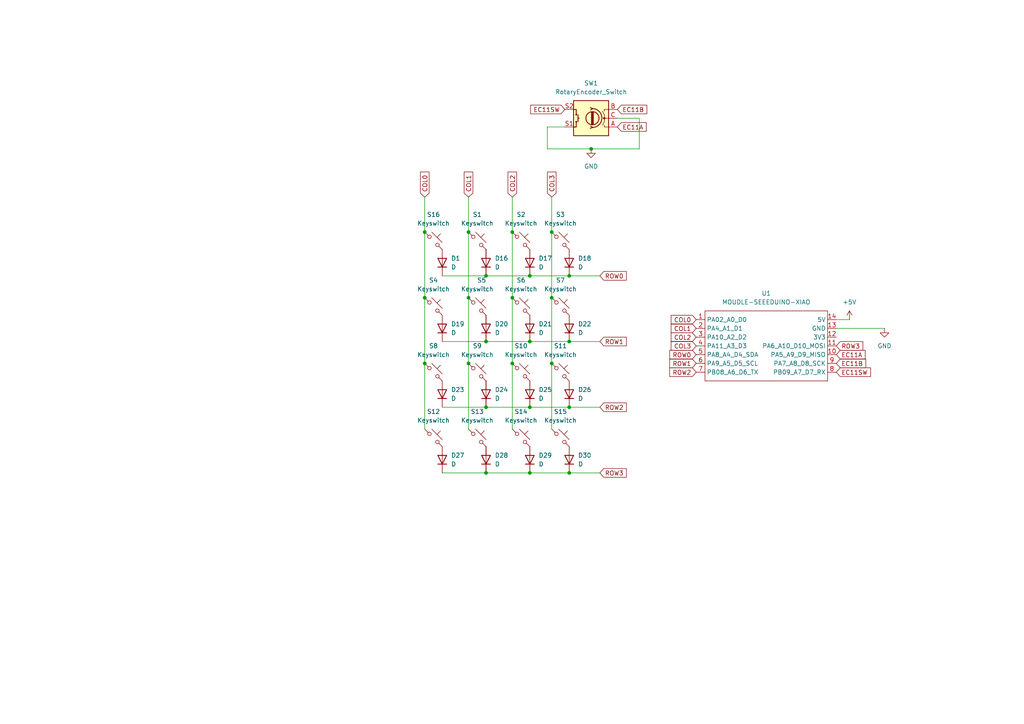
<source format=kicad_sch>
(kicad_sch (version 20231120) (generator "eeschema") (generator_version "8.0")
  (paper "A4")
  (lib_symbols
    (symbol "Device:D" (pin_numbers hide) (pin_names (offset 1.016) hide)
      (property "Reference" "D" (at 0 2.54 0))
      (property "Value" "D" (at 0 -2.54 0))
      (symbol "D_0_1"
        (polyline (pts (xy -1.27 1.27) (xy -1.27 -1.27)) (stroke (width 0.254)))
        (polyline (pts (xy 1.27 0) (xy -1.27 0)))
        (polyline (pts (xy 1.27 1.27) (xy 1.27 -1.27) (xy -1.27 0) (xy 1.27 1.27)) (stroke (width 0.254)))
      )
      (symbol "D_1_1"
        (pin passive line (at -3.81 0 0) (length 2.54) (name "K") (number "1"))
        (pin passive line (at 3.81 0 180) (length 2.54) (name "A") (number "2"))
      )
    )
    (symbol "Device:RotaryEncoder_Switch" (pin_names (offset 0.254) hide)
      (property "Reference" "SW" (at 0 6.604 0))
      (property "Value" "RotaryEncoder_Switch" (at 0 -6.604 0))
      (symbol "RotaryEncoder_Switch_0_1"
        (rectangle (start -5.08 5.08) (end 5.08 -5.08) (stroke (width 0.254)) (fill (type background)))
        (circle (center -3.81 0) (radius 0.254) (fill (type outline)))
        (circle (center -0.381 0) (radius 1.905) (stroke (width 0.254)))
        (arc (start -0.381 2.667) (mid -3.0988 -0.0635) (end -0.381 -2.794) (stroke (width 0.254)))
        (polyline (pts (xy -0.635 -1.778) (xy -0.635 1.778)) (stroke (width 0.254)))
        (polyline (pts (xy -0.381 -1.778) (xy -0.381 1.778)) (stroke (width 0.254)))
        (polyline (pts (xy -0.127 1.778) (xy -0.127 -1.778)) (stroke (width 0.254)))
        (polyline (pts (xy 3.81 0) (xy 3.429 0)) (stroke (width 0.254)))
        (polyline (pts (xy 3.81 1.016) (xy 3.81 -1.016)) (stroke (width 0.254)))
        (polyline (pts (xy -5.08 -2.54) (xy -3.81 -2.54) (xy -3.81 -2.032)))
        (polyline (pts (xy -5.08 2.54) (xy -3.81 2.54) (xy -3.81 2.032)))
        (polyline (pts (xy 0.254 -3.048) (xy -0.508 -2.794) (xy 0.127 -2.413)) (stroke (width 0.254)))
        (polyline (pts (xy 0.254 2.921) (xy -0.508 2.667) (xy 0.127 2.286)) (stroke (width 0.254)))
        (polyline (pts (xy 5.08 -2.54) (xy 4.318 -2.54) (xy 4.318 -1.016)) (stroke (width 0.254)))
        (polyline (pts (xy 5.08 2.54) (xy 4.318 2.54) (xy 4.318 1.016)) (stroke (width 0.254)))
        (polyline (pts (xy -5.08 0) (xy -3.81 0) (xy -3.81 -1.016) (xy -3.302 -2.032)))
        (polyline (pts (xy -4.318 0) (xy -3.81 0) (xy -3.81 1.016) (xy -3.302 2.032)))
        (circle (center 4.318 -1.016) (radius 0.127) (stroke (width 0.254)))
        (circle (center 4.318 1.016) (radius 0.127) (stroke (width 0.254)))
      )
      (symbol "RotaryEncoder_Switch_1_1"
        (pin passive line (at -7.62 2.54 0) (length 2.54) (name "A") (number "A"))
        (pin passive line (at -7.62 -2.54 0) (length 2.54) (name "B") (number "B"))
        (pin passive line (at -7.62 0 0) (length 2.54) (name "C") (number "C"))
        (pin passive line (at 7.62 2.54 180) (length 2.54) (name "S1") (number "S1"))
        (pin passive line (at 7.62 -2.54 180) (length 2.54) (name "S2") (number "S2"))
      )
    )
    (symbol "MOUDLE-SEEEDUINO-XIAO:MOUDLE-SEEEDUINO-XIAO"
      (property "Reference" "U" (at -16.51 11.43 0))
      (property "Value" "MOUDLE-SEEEDUINO-XIAO" (at -3.81 -11.43 0))
      (symbol "MOUDLE-SEEEDUINO-XIAO_0_1"
        (rectangle (start -16.51 10.16) (end 19.05 -10.16))
      )
      (symbol "MOUDLE-SEEEDUINO-XIAO_1_1"
        (pin passive line (at -19.05 7.62 0) (length 2.54) (name "PA02_A0_D0") (number "1"))
        (pin passive line (at 21.59 -2.54 180) (length 2.54) (name "PA5_A9_D9_MISO") (number "10"))
        (pin passive line (at 21.59 0 180) (length 2.54) (name "PA6_A10_D10_MOSI") (number "11"))
        (pin passive line (at 21.59 2.54 180) (length 2.54) (name "3V3") (number "12"))
        (pin passive line (at 21.59 5.08 180) (length 2.54) (name "GND") (number "13"))
        (pin passive line (at 21.59 7.62 180) (length 2.54) (name "5V") (number "14"))
        (pin passive line (at -19.05 5.08 0) (length 2.54) (name "PA4_A1_D1") (number "2"))
        (pin passive line (at -19.05 2.54 0) (length 2.54) (name "PA10_A2_D2") (number "3"))
        (pin passive line (at -19.05 0 0) (length 2.54) (name "PA11_A3_D3") (number "4"))
        (pin passive line (at -19.05 -2.54 0) (length 2.54) (name "PA8_A4_D4_SDA") (number "5"))
        (pin passive line (at -19.05 -5.08 0) (length 2.54) (name "PA9_A5_D5_SCL") (number "6"))
        (pin passive line (at -19.05 -7.62 0) (length 2.54) (name "PB08_A6_D6_TX") (number "7"))
        (pin passive line (at 21.59 -7.62 180) (length 2.54) (name "PB09_A7_D7_RX") (number "8"))
        (pin passive line (at 21.59 -5.08 180) (length 2.54) (name "PA7_A8_D8_SCK") (number "9"))
      )
    )
    (symbol "ScottoKeebs:Placeholder_Keyswitch" (pin_numbers hide) (pin_names (offset 1.016) hide)
      (property "Reference" "S" (at 3.048 1.016 0))
      (property "Value" "Keyswitch" (at 0 -3.81 0))
      (symbol "Placeholder_Keyswitch_0_1"
        (circle (center -1.1684 1.1684) (radius 0.508))
        (polyline (pts (xy -0.508 2.54) (xy 2.54 -0.508)))
        (polyline (pts (xy 1.016 1.016) (xy 2.032 2.032)))
        (polyline (pts (xy -2.54 2.54) (xy -1.524 1.524) (xy -1.524 1.524)))
        (polyline (pts (xy 1.524 -1.524) (xy 2.54 -2.54) (xy 2.54 -2.54) (xy 2.54 -2.54)))
        (circle (center 1.143 -1.1938) (radius 0.508))
        (pin passive line (at -2.54 2.54 0) (length 0) (name "1") (number "1"))
        (pin passive line (at 2.54 -2.54 180) (length 0) (name "2") (number "2"))
      )
    )
    (symbol "power:+5V" (power) (pin_numbers hide) (pin_names (offset 0) hide)
      (property "Value" "+5V" (at 0 3.556 0))
      (symbol "+5V_0_1"
        (polyline (pts (xy -0.762 1.27) (xy 0 2.54)))
        (polyline (pts (xy 0 0) (xy 0 2.54)))
        (polyline (pts (xy 0 2.54) (xy 0.762 1.27)))
      )
      (symbol "+5V_1_1"
        (pin power_in line (at 0 0 90) (length 0) (name "~") (number "1"))
      )
    )
    (symbol "power:GND" (power) (pin_numbers hide) (pin_names (offset 0) hide)
      (property "Value" "GND" (at 0 -3.81 0))
      (symbol "GND_0_1"
        (polyline (pts (xy 0 0) (xy 0 -1.27) (xy 1.27 -1.27) (xy 0 -2.54) (xy -1.27 -1.27) (xy 0 -1.27)))
      )
      (symbol "GND_1_1"
        (pin power_in line (at 0 0 270) (length 0) (name "~") (number "1"))
      )
    )
  )
  (junction (at 148.59 86.36))
  (junction (at 165.1 80.01))
  (junction (at 140.97 118.11))
  (junction (at 148.59 67.31))
  (junction (at 160.02 105.41))
  (junction (at 165.1 99.06))
  (junction (at 140.97 80.01))
  (junction (at 153.67 80.01))
  (junction (at 135.89 67.31))
  (junction (at 171.45 43.18))
  (junction (at 123.19 105.41))
  (junction (at 148.59 105.41))
  (junction (at 135.89 105.41))
  (junction (at 153.67 99.06))
  (junction (at 165.1 137.16))
  (junction (at 123.19 67.31))
  (junction (at 153.67 137.16))
  (junction (at 165.1 118.11))
  (junction (at 140.97 99.06))
  (junction (at 140.97 137.16))
  (junction (at 135.89 86.36))
  (junction (at 153.67 118.11))
  (junction (at 160.02 67.31))
  (junction (at 160.02 86.36))
  (junction (at 123.19 86.36))
  (wire (pts (xy 128.27 80.01) (xy 140.97 80.01)))
  (wire (pts (xy 160.02 86.36) (xy 160.02 105.41)))
  (wire (pts (xy 128.27 99.06) (xy 140.97 99.06)))
  (wire (pts (xy 153.67 99.06) (xy 165.1 99.06)))
  (wire (pts (xy 153.67 80.01) (xy 165.1 80.01)))
  (wire (pts (xy 123.19 86.36) (xy 123.19 105.41)))
  (wire (pts (xy 140.97 80.01) (xy 153.67 80.01)))
  (wire (pts (xy 160.02 57.15) (xy 160.02 67.31)))
  (wire (pts (xy 140.97 118.11) (xy 153.67 118.11)))
  (wire (pts (xy 148.59 57.15) (xy 148.59 67.31)))
  (wire (pts (xy 160.02 67.31) (xy 160.02 86.36)))
  (wire (pts (xy 135.89 86.36) (xy 135.89 105.41)))
  (wire (pts (xy 148.59 67.31) (xy 148.59 86.36)))
  (wire (pts (xy 165.1 137.16) (xy 173.99 137.16)))
  (wire (pts (xy 140.97 99.06) (xy 153.67 99.06)))
  (wire (pts (xy 171.45 43.18) (xy 158.75 43.18)))
  (wire (pts (xy 160.02 105.41) (xy 160.02 124.46)))
  (wire (pts (xy 158.75 43.18) (xy 158.75 36.83)))
  (wire (pts (xy 179.07 34.29) (xy 185.42 34.29)))
  (wire (pts (xy 165.1 80.01) (xy 173.99 80.01)))
  (wire (pts (xy 242.57 95.25) (xy 256.54 95.25)))
  (wire (pts (xy 123.19 105.41) (xy 123.19 124.46)))
  (wire (pts (xy 153.67 137.16) (xy 165.1 137.16)))
  (wire (pts (xy 135.89 105.41) (xy 135.89 124.46)))
  (wire (pts (xy 148.59 86.36) (xy 148.59 105.41)))
  (wire (pts (xy 135.89 67.31) (xy 135.89 86.36)))
  (wire (pts (xy 242.57 92.71) (xy 246.38 92.71)))
  (wire (pts (xy 140.97 137.16) (xy 153.67 137.16)))
  (wire (pts (xy 165.1 118.11) (xy 173.99 118.11)))
  (wire (pts (xy 165.1 99.06) (xy 173.99 99.06)))
  (wire (pts (xy 185.42 43.18) (xy 171.45 43.18)))
  (wire (pts (xy 135.89 57.15) (xy 135.89 67.31)))
  (wire (pts (xy 153.67 118.11) (xy 165.1 118.11)))
  (wire (pts (xy 128.27 118.11) (xy 140.97 118.11)))
  (wire (pts (xy 123.19 57.15) (xy 123.19 67.31)))
  (wire (pts (xy 185.42 34.29) (xy 185.42 43.18)))
  (wire (pts (xy 158.75 36.83) (xy 163.83 36.83)))
  (wire (pts (xy 148.59 105.41) (xy 148.59 124.46)))
  (wire (pts (xy 123.19 67.31) (xy 123.19 86.36)))
  (wire (pts (xy 128.27 137.16) (xy 140.97 137.16)))
  (global_label "ROW3" (shape input) (at 242.57 100.33 0) (property "Intersheetrefs" "${INTERSHEET_REFS}" (effects (hide yes))))
  (global_label "COL3" (shape input) (at 201.93 100.33 180) (property "Intersheetrefs" "${INTERSHEET_REFS}" (effects (hide yes))))
  (global_label "COL1" (shape input) (at 135.89 57.15 90) (property "Intersheetrefs" "${INTERSHEET_REFS}" (effects (hide yes))))
  (global_label "COL1" (shape input) (at 201.93 95.25 180) (property "Intersheetrefs" "${INTERSHEET_REFS}" (effects (hide yes))))
  (global_label "COL0" (shape input) (at 201.93 92.71 180) (property "Intersheetrefs" "${INTERSHEET_REFS}" (effects (hide yes))))
  (global_label "ROW3" (shape input) (at 173.99 137.16 0) (property "Intersheetrefs" "${INTERSHEET_REFS}" (effects (hide yes))))
  (global_label "EC11SW" (shape input) (at 163.83 31.75 180) (property "Intersheetrefs" "${INTERSHEET_REFS}" (effects (hide yes))))
  (global_label "COL2" (shape input) (at 148.59 57.15 90) (property "Intersheetrefs" "${INTERSHEET_REFS}" (effects (hide yes))))
  (global_label "EC11B" (shape input) (at 179.07 31.75 0) (property "Intersheetrefs" "${INTERSHEET_REFS}" (effects (hide yes))))
  (global_label "COL0" (shape input) (at 123.19 57.15 90) (property "Intersheetrefs" "${INTERSHEET_REFS}" (effects (hide yes))))
  (global_label "EC11B" (shape input) (at 242.57 105.41 0) (property "Intersheetrefs" "${INTERSHEET_REFS}" (effects (hide yes))))
  (global_label "ROW2" (shape input) (at 173.99 118.11 0) (property "Intersheetrefs" "${INTERSHEET_REFS}" (effects (hide yes))))
  (global_label "EC11A" (shape input) (at 179.07 36.83 0) (property "Intersheetrefs" "${INTERSHEET_REFS}" (effects (hide yes))))
  (global_label "COL3" (shape input) (at 160.02 57.15 90) (property "Intersheetrefs" "${INTERSHEET_REFS}" (effects (hide yes))))
  (global_label "ROW0" (shape input) (at 173.99 80.01 0) (property "Intersheetrefs" "${INTERSHEET_REFS}" (effects (hide yes))))
  (global_label "ROW2" (shape input) (at 201.93 107.95 180) (property "Intersheetrefs" "${INTERSHEET_REFS}" (effects (hide yes))))
  (global_label "ROW1" (shape input) (at 201.93 105.41 180) (property "Intersheetrefs" "${INTERSHEET_REFS}" (effects (hide yes))))
  (global_label "COL2" (shape input) (at 201.93 97.79 180) (property "Intersheetrefs" "${INTERSHEET_REFS}" (effects (hide yes))))
  (global_label "EC11SW" (shape input) (at 242.57 107.95 0) (property "Intersheetrefs" "${INTERSHEET_REFS}" (effects (hide yes))))
  (global_label "EC11A" (shape input) (at 242.57 102.87 0) (property "Intersheetrefs" "${INTERSHEET_REFS}" (effects (hide yes))))
  (global_label "ROW1" (shape input) (at 173.99 99.06 0) (property "Intersheetrefs" "${INTERSHEET_REFS}" (effects (hide yes))))
  (global_label "ROW0" (shape input) (at 201.93 102.87 180) (property "Intersheetrefs" "${INTERSHEET_REFS}" (effects (hide yes))))
  (symbol (lib_id "ScottoKeebs:Placeholder_Keyswitch") (at 138.43 107.95 0) (unit 1)
    (property "Reference" "S9" (at 138.43 100.33 0))
    (property "Value" "Keyswitch" (at 138.43 102.87 0))
    (property "Footprint" "MX_Solderable:MX-Solderable-1U" (effects (hide yes)))
    (property "Description" "Push button switch, normally open, two pins, 45° tilted" (effects (hide yes)))
  )
  (symbol (lib_id "Device:D") (at 153.67 133.35 90) (unit 1)
    (property "Reference" "D29" (at 156.21 132.0799 90) (effects (justify right)))
    (property "Value" "D" (at 156.21 134.6199 90) (effects (justify right)))
    (property "Footprint" "ScottoKeebs_Components:Diode_DO-35" (effects (hide yes)))
    (property "Description" "Diode" (effects (hide yes)))
    (property "Sim.Device" "D" (effects (hide yes)))
    (property "Sim.Pins" "1=K 2=A" (effects (hide yes)))
  )
  (symbol (lib_id "Device:D") (at 128.27 95.25 90) (unit 1)
    (property "Reference" "D19" (at 130.81 93.9799 90) (effects (justify right)))
    (property "Value" "D" (at 130.81 96.5199 90) (effects (justify right)))
    (property "Footprint" "ScottoKeebs_Components:Diode_DO-35" (effects (hide yes)))
    (property "Description" "Diode" (effects (hide yes)))
    (property "Sim.Device" "D" (effects (hide yes)))
    (property "Sim.Pins" "1=K 2=A" (effects (hide yes)))
  )
  (symbol (lib_id "ScottoKeebs:Placeholder_Keyswitch") (at 138.43 88.9 0) (unit 1)
    (property "Reference" "S5" (at 139.7 81.28 0))
    (property "Value" "Keyswitch" (at 138.43 83.82 0))
    (property "Footprint" "MX_Solderable:MX-Solderable-1U" (effects (hide yes)))
    (property "Description" "Push button switch, normally open, two pins, 45° tilted" (effects (hide yes)))
  )
  (symbol (lib_id "ScottoKeebs:Placeholder_Keyswitch") (at 125.73 107.95 0) (unit 1)
    (property "Reference" "S8" (at 125.73 100.33 0))
    (property "Value" "Keyswitch" (at 125.73 102.87 0))
    (property "Footprint" "MX_Solderable:MX-Solderable-1U" (effects (hide yes)))
    (property "Description" "Push button switch, normally open, two pins, 45° tilted" (effects (hide yes)))
  )
  (symbol (lib_id "ScottoKeebs:Placeholder_Keyswitch") (at 138.43 69.85 0) (unit 1)
    (property "Reference" "S1" (at 138.43 62.23 0))
    (property "Value" "Keyswitch" (at 138.43 64.77 0))
    (property "Footprint" "MX_Solderable:MX-Solderable-1U" (effects (hide yes)))
    (property "Description" "Push button switch, normally open, two pins, 45° tilted" (effects (hide yes)))
  )
  (symbol (lib_id "Device:D") (at 165.1 114.3 90) (unit 1)
    (property "Reference" "D26" (at 167.64 113.0299 90) (effects (justify right)))
    (property "Value" "D" (at 167.64 115.5699 90) (effects (justify right)))
    (property "Footprint" "ScottoKeebs_Components:Diode_DO-35" (effects (hide yes)))
    (property "Description" "Diode" (effects (hide yes)))
    (property "Sim.Device" "D" (effects (hide yes)))
    (property "Sim.Pins" "1=K 2=A" (effects (hide yes)))
  )
  (symbol (lib_id "MOUDLE-SEEEDUINO-XIAO:MOUDLE-SEEEDUINO-XIAO") (at 220.98 100.33 0) (unit 1)
    (property "Reference" "U1" (at 222.25 85.09 0))
    (property "Value" "MOUDLE-SEEEDUINO-XIAO" (at 222.25 87.63 0))
    (property "Footprint" "XIAO_PCB:MOUDLE14P-2.54-21X17.8MM" (effects (hide yes)))
  )
  (symbol (lib_id "ScottoKeebs:Placeholder_Keyswitch") (at 138.43 127 0) (unit 1)
    (property "Reference" "S13" (at 138.43 119.38 0))
    (property "Value" "Keyswitch" (at 138.43 121.92 0))
    (property "Footprint" "MX_Solderable:MX-Solderable-1U" (effects (hide yes)))
    (property "Description" "Push button switch, normally open, two pins, 45° tilted" (effects (hide yes)))
  )
  (symbol (lib_id "Device:D") (at 140.97 76.2 90) (unit 1)
    (property "Reference" "D16" (at 143.51 74.9299 90) (effects (justify right)))
    (property "Value" "D" (at 143.51 77.4699 90) (effects (justify right)))
    (property "Footprint" "ScottoKeebs_Components:Diode_DO-35" (effects (hide yes)))
    (property "Description" "Diode" (effects (hide yes)))
    (property "Sim.Device" "D" (effects (hide yes)))
    (property "Sim.Pins" "1=K 2=A" (effects (hide yes)))
  )
  (symbol (lib_id "power:GND") (at 256.54 95.25 0) (unit 1)
    (property "Reference" "#PWR08" (effects (hide yes)))
    (property "Value" "GND" (at 256.54 100.33 0))
    (property "Description" "Power symbol creates a global label with name \"GND\" , ground" (effects (hide yes)))
  )
  (symbol (lib_id "ScottoKeebs:Placeholder_Keyswitch") (at 151.13 88.9 0) (unit 1)
    (property "Reference" "S6" (at 151.13 81.28 0))
    (property "Value" "Keyswitch" (at 151.13 83.82 0))
    (property "Footprint" "MX_Solderable:MX-Solderable-1U" (effects (hide yes)))
    (property "Description" "Push button switch, normally open, two pins, 45° tilted" (effects (hide yes)))
  )
  (symbol (lib_id "Device:D") (at 140.97 95.25 90) (unit 1)
    (property "Reference" "D20" (at 143.51 93.9799 90) (effects (justify right)))
    (property "Value" "D" (at 143.51 96.5199 90) (effects (justify right)))
    (property "Footprint" "ScottoKeebs_Components:Diode_DO-35" (effects (hide yes)))
    (property "Description" "Diode" (effects (hide yes)))
    (property "Sim.Device" "D" (effects (hide yes)))
    (property "Sim.Pins" "1=K 2=A" (effects (hide yes)))
  )
  (symbol (lib_id "Device:D") (at 165.1 95.25 90) (unit 1)
    (property "Reference" "D22" (at 167.64 93.9799 90) (effects (justify right)))
    (property "Value" "D" (at 167.64 96.5199 90) (effects (justify right)))
    (property "Footprint" "ScottoKeebs_Components:Diode_DO-35" (effects (hide yes)))
    (property "Description" "Diode" (effects (hide yes)))
    (property "Sim.Device" "D" (effects (hide yes)))
    (property "Sim.Pins" "1=K 2=A" (effects (hide yes)))
  )
  (symbol (lib_id "Device:D") (at 128.27 76.2 90) (unit 1)
    (property "Reference" "D1" (at 130.81 74.9299 90) (effects (justify right)))
    (property "Value" "D" (at 130.81 77.4699 90) (effects (justify right)))
    (property "Footprint" "ScottoKeebs_Components:Diode_DO-35" (effects (hide yes)))
    (property "Description" "Diode" (effects (hide yes)))
    (property "Sim.Device" "D" (effects (hide yes)))
    (property "Sim.Pins" "1=K 2=A" (effects (hide yes)))
  )
  (symbol (lib_id "ScottoKeebs:Placeholder_Keyswitch") (at 151.13 107.95 0) (unit 1)
    (property "Reference" "S10" (at 151.13 100.33 0))
    (property "Value" "Keyswitch" (at 151.13 102.87 0))
    (property "Footprint" "MX_Solderable:MX-Solderable-1U" (effects (hide yes)))
    (property "Description" "Push button switch, normally open, two pins, 45° tilted" (effects (hide yes)))
  )
  (symbol (lib_id "ScottoKeebs:Placeholder_Keyswitch") (at 162.56 69.85 0) (unit 1)
    (property "Reference" "S3" (at 162.56 62.23 0))
    (property "Value" "Keyswitch" (at 162.56 64.77 0))
    (property "Footprint" "MX_Solderable:MX-Solderable-1U" (effects (hide yes)))
    (property "Description" "Push button switch, normally open, two pins, 45° tilted" (effects (hide yes)))
  )
  (symbol (lib_id "Device:D") (at 165.1 133.35 90) (unit 1)
    (property "Reference" "D30" (at 167.64 132.0799 90) (effects (justify right)))
    (property "Value" "D" (at 167.64 134.6199 90) (effects (justify right)))
    (property "Footprint" "ScottoKeebs_Components:Diode_DO-35" (effects (hide yes)))
    (property "Description" "Diode" (effects (hide yes)))
    (property "Sim.Device" "D" (effects (hide yes)))
    (property "Sim.Pins" "1=K 2=A" (effects (hide yes)))
  )
  (symbol (lib_id "Device:D") (at 165.1 76.2 90) (unit 1)
    (property "Reference" "D18" (at 167.64 74.9299 90) (effects (justify right)))
    (property "Value" "D" (at 167.64 77.4699 90) (effects (justify right)))
    (property "Footprint" "ScottoKeebs_Components:Diode_DO-35" (effects (hide yes)))
    (property "Description" "Diode" (effects (hide yes)))
    (property "Sim.Device" "D" (effects (hide yes)))
    (property "Sim.Pins" "1=K 2=A" (effects (hide yes)))
  )
  (symbol (lib_id "ScottoKeebs:Placeholder_Keyswitch") (at 125.73 69.85 0) (unit 1)
    (property "Reference" "S16" (at 125.73 62.23 0))
    (property "Value" "Keyswitch" (at 125.73 64.77 0))
    (property "Footprint" "MX_Solderable:MX-Solderable-1U" (effects (hide yes)))
    (property "Description" "Push button switch, normally open, two pins, 45° tilted" (effects (hide yes)))
  )
  (symbol (lib_id "ScottoKeebs:Placeholder_Keyswitch") (at 125.73 88.9 0) (unit 1)
    (property "Reference" "S4" (at 125.73 81.28 0))
    (property "Value" "Keyswitch" (at 125.73 83.82 0))
    (property "Footprint" "MX_Solderable:MX-Solderable-1U" (effects (hide yes)))
    (property "Description" "Push button switch, normally open, two pins, 45° tilted" (effects (hide yes)))
  )
  (symbol (lib_id "Device:D") (at 128.27 133.35 90) (unit 1)
    (property "Reference" "D27" (at 130.81 132.0799 90) (effects (justify right)))
    (property "Value" "D" (at 130.81 134.6199 90) (effects (justify right)))
    (property "Footprint" "ScottoKeebs_Components:Diode_DO-35" (effects (hide yes)))
    (property "Description" "Diode" (effects (hide yes)))
    (property "Sim.Device" "D" (effects (hide yes)))
    (property "Sim.Pins" "1=K 2=A" (effects (hide yes)))
  )
  (symbol (lib_id "ScottoKeebs:Placeholder_Keyswitch") (at 162.56 88.9 0) (unit 1)
    (property "Reference" "S7" (at 162.56 81.28 0))
    (property "Value" "Keyswitch" (at 162.56 83.82 0))
    (property "Footprint" "MX_Solderable:MX-Solderable-1U" (effects (hide yes)))
    (property "Description" "Push button switch, normally open, two pins, 45° tilted" (effects (hide yes)))
  )
  (symbol (lib_id "Device:D") (at 140.97 114.3 90) (unit 1)
    (property "Reference" "D24" (at 143.51 113.0299 90) (effects (justify right)))
    (property "Value" "D" (at 143.51 115.5699 90) (effects (justify right)))
    (property "Footprint" "ScottoKeebs_Components:Diode_DO-35" (effects (hide yes)))
    (property "Description" "Diode" (effects (hide yes)))
    (property "Sim.Device" "D" (effects (hide yes)))
    (property "Sim.Pins" "1=K 2=A" (effects (hide yes)))
  )
  (symbol (lib_id "Device:D") (at 153.67 95.25 90) (unit 1)
    (property "Reference" "D21" (at 156.21 93.9799 90) (effects (justify right)))
    (property "Value" "D" (at 156.21 96.5199 90) (effects (justify right)))
    (property "Footprint" "ScottoKeebs_Components:Diode_DO-35" (effects (hide yes)))
    (property "Description" "Diode" (effects (hide yes)))
    (property "Sim.Device" "D" (effects (hide yes)))
    (property "Sim.Pins" "1=K 2=A" (effects (hide yes)))
  )
  (symbol (lib_id "Device:RotaryEncoder_Switch") (at 171.45 34.29 180) (unit 1)
    (property "Reference" "SW1" (at 171.45 24.13 0))
    (property "Value" "RotaryEncoder_Switch" (at 171.45 26.67 0))
    (property "Footprint" "Rotary_Encoder:RotaryEncoder_Alps_EC11E-Switch_Vertical_H20mm" (effects (hide yes)))
    (property "Description" "Rotary encoder, dual channel, incremental quadrate outputs, with switch" (effects (hide yes)))
  )
  (symbol (lib_id "ScottoKeebs:Placeholder_Keyswitch") (at 151.13 69.85 0) (unit 1)
    (property "Reference" "S2" (at 151.13 62.23 0))
    (property "Value" "Keyswitch" (at 151.13 64.77 0))
    (property "Footprint" "MX_Solderable:MX-Solderable-1U" (effects (hide yes)))
    (property "Description" "Push button switch, normally open, two pins, 45° tilted" (effects (hide yes)))
  )
  (symbol (lib_id "ScottoKeebs:Placeholder_Keyswitch") (at 162.56 107.95 0) (unit 1)
    (property "Reference" "S11" (at 162.56 100.33 0))
    (property "Value" "Keyswitch" (at 162.56 102.87 0))
    (property "Footprint" "MX_Solderable:MX-Solderable-1U" (effects (hide yes)))
    (property "Description" "Push button switch, normally open, two pins, 45° tilted" (effects (hide yes)))
  )
  (symbol (lib_id "Device:D") (at 140.97 133.35 90) (unit 1)
    (property "Reference" "D28" (at 143.51 132.0799 90) (effects (justify right)))
    (property "Value" "D" (at 143.51 134.6199 90) (effects (justify right)))
    (property "Footprint" "ScottoKeebs_Components:Diode_DO-35" (effects (hide yes)))
    (property "Description" "Diode" (effects (hide yes)))
    (property "Sim.Device" "D" (effects (hide yes)))
    (property "Sim.Pins" "1=K 2=A" (effects (hide yes)))
  )
  (symbol (lib_id "power:GND") (at 171.45 43.18 0) (unit 1)
    (property "Reference" "#PWR04" (effects (hide yes)))
    (property "Value" "GND" (at 171.45 48.26 0))
    (property "Description" "Power symbol creates a global label with name \"GND\" , ground" (effects (hide yes)))
  )
  (symbol (lib_id "power:+5V") (at 246.38 92.71 0) (unit 1)
    (property "Reference" "#PWR07" (effects (hide yes)))
    (property "Value" "+5V" (at 246.38 87.63 0))
    (property "Description" "Power symbol creates a global label with name \"+5V\"" (effects (hide yes)))
  )
  (symbol (lib_id "Device:D") (at 153.67 76.2 90) (unit 1)
    (property "Reference" "D17" (at 156.21 74.9299 90) (effects (justify right)))
    (property "Value" "D" (at 156.21 77.4699 90) (effects (justify right)))
    (property "Footprint" "ScottoKeebs_Components:Diode_DO-35" (effects (hide yes)))
    (property "Description" "Diode" (effects (hide yes)))
    (property "Sim.Device" "D" (effects (hide yes)))
    (property "Sim.Pins" "1=K 2=A" (effects (hide yes)))
  )
  (symbol (lib_id "Device:D") (at 128.27 114.3 90) (unit 1)
    (property "Reference" "D23" (at 130.81 113.0299 90) (effects (justify right)))
    (property "Value" "D" (at 130.81 115.5699 90) (effects (justify right)))
    (property "Footprint" "ScottoKeebs_Components:Diode_DO-35" (effects (hide yes)))
    (property "Description" "Diode" (effects (hide yes)))
    (property "Sim.Device" "D" (effects (hide yes)))
    (property "Sim.Pins" "1=K 2=A" (effects (hide yes)))
  )
  (symbol (lib_id "ScottoKeebs:Placeholder_Keyswitch") (at 151.13 127 0) (unit 1)
    (property "Reference" "S14" (at 151.13 119.38 0))
    (property "Value" "Keyswitch" (at 151.13 121.92 0))
    (property "Footprint" "MX_Solderable:MX-Solderable-1U" (effects (hide yes)))
    (property "Description" "Push button switch, normally open, two pins, 45° tilted" (effects (hide yes)))
  )
  (symbol (lib_id "Device:D") (at 153.67 114.3 90) (unit 1)
    (property "Reference" "D25" (at 156.21 113.0299 90) (effects (justify right)))
    (property "Value" "D" (at 156.21 115.5699 90) (effects (justify right)))
    (property "Footprint" "ScottoKeebs_Components:Diode_DO-35" (effects (hide yes)))
    (property "Description" "Diode" (effects (hide yes)))
    (property "Sim.Device" "D" (effects (hide yes)))
    (property "Sim.Pins" "1=K 2=A" (effects (hide yes)))
  )
  (symbol (lib_id "ScottoKeebs:Placeholder_Keyswitch") (at 125.73 127 0) (unit 1)
    (property "Reference" "S12" (at 125.73 119.38 0))
    (property "Value" "Keyswitch" (at 125.73 121.92 0))
    (property "Footprint" "MX_Solderable:MX-Solderable-1U" (effects (hide yes)))
    (property "Description" "Push button switch, normally open, two pins, 45° tilted" (effects (hide yes)))
  )
  (symbol (lib_id "ScottoKeebs:Placeholder_Keyswitch") (at 162.56 127 0) (unit 1)
    (property "Reference" "S15" (at 162.56 119.38 0))
    (property "Value" "Keyswitch" (at 162.56 121.92 0))
    (property "Footprint" "MX_Solderable:MX-Solderable-1U" (effects (hide yes)))
    (property "Description" "Push button switch, normally open, two pins, 45° tilted" (effects (hide yes)))
  )
)
</source>
